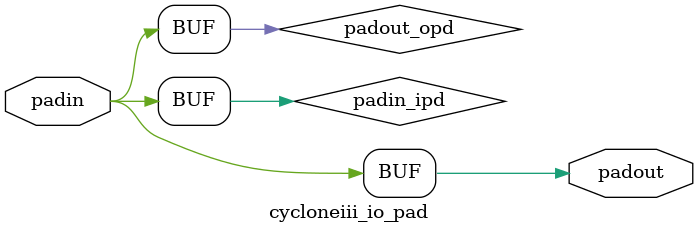
<source format=v>
module cycloneiii_io_pad ( 
		      padin, 
                      padout
	            );
parameter lpm_type = "cycloneiii_io_pad";
input padin; 
output padout;
wire padin_ipd;
wire padout_opd;
buf padin_buf  (padin_ipd,padin);
assign padout_opd = padin_ipd;
buf padout_buf (padout, padout_opd);
endmodule
</source>
